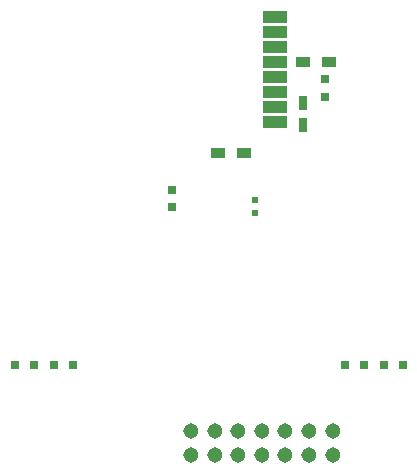
<source format=gtp>
G04 #@! TF.FileFunction,Paste,Top*
%FSLAX46Y46*%
G04 Gerber Fmt 4.6, Leading zero omitted, Abs format (unit mm)*
G04 Created by KiCad (PCBNEW 4.0.6) date 08/26/17 21:02:44*
%MOMM*%
%LPD*%
G01*
G04 APERTURE LIST*
%ADD10C,0.100000*%
%ADD11R,0.750000X0.800000*%
%ADD12R,2.000000X1.000000*%
%ADD13R,0.750000X1.200000*%
%ADD14R,1.200000X0.900000*%
%ADD15R,0.800000X0.800000*%
%ADD16R,0.500000X0.600000*%
%ADD17C,1.305560*%
G04 APERTURE END LIST*
D10*
D11*
X145364200Y-101494400D03*
X145364200Y-99994400D03*
D12*
X154089600Y-94273200D03*
X154089600Y-93003200D03*
X154089600Y-91733200D03*
X154089600Y-90463200D03*
X154089600Y-89193200D03*
X154089600Y-87923200D03*
X154089600Y-86653200D03*
X154089600Y-85383200D03*
D13*
X156464000Y-92631600D03*
X156464000Y-94531600D03*
D14*
X158630800Y-89162000D03*
X156430800Y-89162000D03*
X149268000Y-96909000D03*
X151468000Y-96909000D03*
D15*
X132042000Y-114816000D03*
X133642000Y-114816000D03*
X135344000Y-114816000D03*
X136944000Y-114816000D03*
X159982000Y-114816000D03*
X161582000Y-114816000D03*
X163284000Y-114816000D03*
X164884000Y-114816000D03*
X158343600Y-90597200D03*
X158343600Y-92197200D03*
D16*
X152349200Y-101954800D03*
X152349200Y-100854800D03*
D17*
X146970000Y-120470000D03*
X146970000Y-122468980D03*
X148968980Y-120470000D03*
X148968980Y-122468980D03*
X150967960Y-120470000D03*
X150967960Y-122468980D03*
X152969480Y-120470000D03*
X152969480Y-122468980D03*
X154968460Y-120470000D03*
X154968460Y-122468980D03*
X156969980Y-120470000D03*
X156969980Y-122468980D03*
X158968960Y-120470000D03*
X158968960Y-122468980D03*
M02*

</source>
